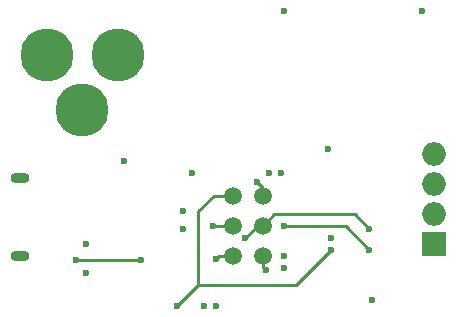
<source format=gbr>
G04 #@! TF.FileFunction,Copper,L4,Bot,Signal*
%FSLAX46Y46*%
G04 Gerber Fmt 4.6, Leading zero omitted, Abs format (unit mm)*
G04 Created by KiCad (PCBNEW 4.0.4-stable) date 03/14/17 06:36:14*
%MOMM*%
%LPD*%
G01*
G04 APERTURE LIST*
%ADD10C,0.100000*%
%ADD11O,1.597660X0.899160*%
%ADD12O,1.200000X0.500000*%
%ADD13C,4.500000*%
%ADD14O,1.998980X1.998980*%
%ADD15R,1.998980X1.998980*%
%ADD16C,1.500000*%
%ADD17C,0.600000*%
%ADD18C,0.250000*%
G04 APERTURE END LIST*
D10*
D11*
X25700460Y-38200540D03*
X25700460Y-44799460D03*
D12*
X25700000Y-38200000D03*
X25700000Y-44800000D03*
D13*
X33950140Y-27750000D03*
X27950660Y-27750000D03*
X30950400Y-32449000D03*
D14*
X60750000Y-36130000D03*
D15*
X60750000Y-43750000D03*
D14*
X60750000Y-41210000D03*
X60750000Y-38670000D03*
D16*
X43710000Y-44750000D03*
X46250000Y-44750000D03*
X43710000Y-42210000D03*
X46250000Y-42210000D03*
X43710000Y-39670000D03*
X46250000Y-39670000D03*
D17*
X51750000Y-35750000D03*
X40250000Y-37750000D03*
X46750000Y-37750000D03*
X45750000Y-38500000D03*
X31250000Y-43750000D03*
X39500000Y-41000000D03*
X42250000Y-49000000D03*
X48000000Y-45750000D03*
X52000000Y-43250000D03*
X59750000Y-24000000D03*
X48000000Y-24000000D03*
X55500000Y-48500000D03*
X47750000Y-37750000D03*
X48000000Y-44750000D03*
X46500000Y-46000000D03*
X41250000Y-49000000D03*
X31250000Y-46250000D03*
X34500000Y-36750000D03*
X39500000Y-42500000D03*
X42250000Y-45000000D03*
X48000000Y-42250000D03*
X55250000Y-44250000D03*
X42000000Y-42250000D03*
X55250000Y-42500000D03*
X44750000Y-43250000D03*
X52000000Y-44250000D03*
X39000000Y-49000000D03*
X35900000Y-45100000D03*
X30400000Y-45100000D03*
D18*
X46250000Y-39000000D02*
X45750000Y-38500000D01*
X46250000Y-39670000D02*
X46250000Y-39000000D01*
X46250000Y-45750000D02*
X46500000Y-46000000D01*
X46250000Y-45750000D02*
X46250000Y-44750000D01*
X42500000Y-44750000D02*
X43710000Y-44750000D01*
X42250000Y-45000000D02*
X42500000Y-44750000D01*
X53250000Y-42250000D02*
X48000000Y-42250000D01*
X55250000Y-44250000D02*
X53250000Y-42250000D01*
X42040000Y-42210000D02*
X43710000Y-42210000D01*
X42000000Y-42250000D02*
X42040000Y-42210000D01*
X47210000Y-41250000D02*
X46250000Y-42210000D01*
X54000000Y-41250000D02*
X47210000Y-41250000D01*
X55250000Y-42500000D02*
X54000000Y-41250000D01*
X44750000Y-43250000D02*
X45790000Y-42210000D01*
X45790000Y-42210000D02*
X46250000Y-42210000D01*
X49000000Y-47250000D02*
X40750000Y-47250000D01*
X52000000Y-44250000D02*
X49000000Y-47250000D01*
X40750000Y-45750000D02*
X40750000Y-47250000D01*
X42080000Y-39670000D02*
X40750000Y-41000000D01*
X40750000Y-41000000D02*
X40750000Y-45750000D01*
X43710000Y-39670000D02*
X42080000Y-39670000D01*
X40750000Y-47250000D02*
X39000000Y-49000000D01*
X30400000Y-45100000D02*
X35900000Y-45100000D01*
M02*

</source>
